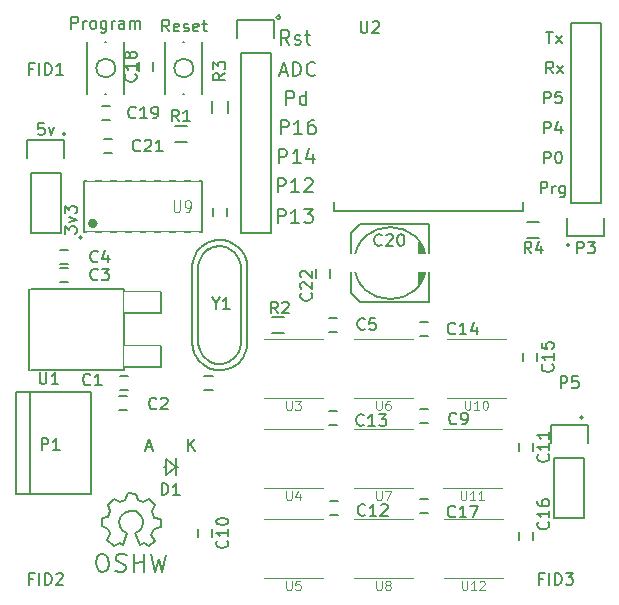
<source format=gbr>
G04 #@! TF.FileFunction,Legend,Top*
%FSLAX46Y46*%
G04 Gerber Fmt 4.6, Leading zero omitted, Abs format (unit mm)*
G04 Created by KiCad (PCBNEW 4.0.2-4+6225~38~ubuntu15.10.1-stable) date Mit 23 Mär 2016 04:15:56 CET*
%MOMM*%
G01*
G04 APERTURE LIST*
%ADD10C,0.100000*%
%ADD11C,0.200000*%
%ADD12C,0.152400*%
%ADD13C,0.150000*%
%ADD14C,0.099060*%
%ADD15C,0.127000*%
%ADD16C,0.101600*%
%ADD17C,0.050000*%
%ADD18R,2.500000X1.100000*%
%ADD19O,2.500000X1.100000*%
%ADD20R,3.048000X1.651000*%
%ADD21R,6.096000X6.096000*%
%ADD22R,1.500000X1.000000*%
%ADD23R,0.800000X1.400000*%
%ADD24R,1.350000X0.400000*%
%ADD25O,0.950000X1.250000*%
%ADD26O,1.550000X1.000000*%
%ADD27C,2.540000*%
%ADD28R,1.200000X0.750000*%
%ADD29R,3.599180X1.600200*%
%ADD30R,3.299460X1.699260*%
%ADD31R,2.032000X1.727200*%
%ADD32O,2.032000X1.727200*%
%ADD33R,0.900000X1.000000*%
%ADD34C,1.501140*%
%ADD35R,0.750000X1.200000*%
%ADD36R,1.200000X0.900000*%
%ADD37R,0.900000X1.200000*%
G04 APERTURE END LIST*
D10*
D11*
X220837143Y-65619381D02*
X220360952Y-65619381D01*
X220313333Y-66095571D01*
X220360952Y-66047952D01*
X220456190Y-66000333D01*
X220694286Y-66000333D01*
X220789524Y-66047952D01*
X220837143Y-66095571D01*
X220884762Y-66190810D01*
X220884762Y-66428905D01*
X220837143Y-66524143D01*
X220789524Y-66571762D01*
X220694286Y-66619381D01*
X220456190Y-66619381D01*
X220360952Y-66571762D01*
X220313333Y-66524143D01*
X221218095Y-65952714D02*
X221456190Y-66619381D01*
X221694286Y-65952714D01*
X222591381Y-74977476D02*
X222591381Y-74358428D01*
X222972333Y-74691762D01*
X222972333Y-74548904D01*
X223019952Y-74453666D01*
X223067571Y-74406047D01*
X223162810Y-74358428D01*
X223400905Y-74358428D01*
X223496143Y-74406047D01*
X223543762Y-74453666D01*
X223591381Y-74548904D01*
X223591381Y-74834619D01*
X223543762Y-74929857D01*
X223496143Y-74977476D01*
X222924714Y-74025095D02*
X223591381Y-73787000D01*
X222924714Y-73548904D01*
X222591381Y-73263190D02*
X222591381Y-72644142D01*
X222972333Y-72977476D01*
X222972333Y-72834618D01*
X223019952Y-72739380D01*
X223067571Y-72691761D01*
X223162810Y-72644142D01*
X223400905Y-72644142D01*
X223496143Y-72691761D01*
X223543762Y-72739380D01*
X223591381Y-72834618D01*
X223591381Y-73120333D01*
X223543762Y-73215571D01*
X223496143Y-73263190D01*
X263342524Y-57872381D02*
X263913953Y-57872381D01*
X263628238Y-58872381D02*
X263628238Y-57872381D01*
X264152048Y-58872381D02*
X264675858Y-58205714D01*
X264152048Y-58205714D02*
X264675858Y-58872381D01*
X263937762Y-61412381D02*
X263604428Y-60936190D01*
X263366333Y-61412381D02*
X263366333Y-60412381D01*
X263747286Y-60412381D01*
X263842524Y-60460000D01*
X263890143Y-60507619D01*
X263937762Y-60602857D01*
X263937762Y-60745714D01*
X263890143Y-60840952D01*
X263842524Y-60888571D01*
X263747286Y-60936190D01*
X263366333Y-60936190D01*
X264271095Y-61412381D02*
X264794905Y-60745714D01*
X264271095Y-60745714D02*
X264794905Y-61412381D01*
X263167905Y-63952381D02*
X263167905Y-62952381D01*
X263548858Y-62952381D01*
X263644096Y-63000000D01*
X263691715Y-63047619D01*
X263739334Y-63142857D01*
X263739334Y-63285714D01*
X263691715Y-63380952D01*
X263644096Y-63428571D01*
X263548858Y-63476190D01*
X263167905Y-63476190D01*
X264644096Y-62952381D02*
X264167905Y-62952381D01*
X264120286Y-63428571D01*
X264167905Y-63380952D01*
X264263143Y-63333333D01*
X264501239Y-63333333D01*
X264596477Y-63380952D01*
X264644096Y-63428571D01*
X264691715Y-63523810D01*
X264691715Y-63761905D01*
X264644096Y-63857143D01*
X264596477Y-63904762D01*
X264501239Y-63952381D01*
X264263143Y-63952381D01*
X264167905Y-63904762D01*
X264120286Y-63857143D01*
X263167905Y-66492381D02*
X263167905Y-65492381D01*
X263548858Y-65492381D01*
X263644096Y-65540000D01*
X263691715Y-65587619D01*
X263739334Y-65682857D01*
X263739334Y-65825714D01*
X263691715Y-65920952D01*
X263644096Y-65968571D01*
X263548858Y-66016190D01*
X263167905Y-66016190D01*
X264596477Y-65825714D02*
X264596477Y-66492381D01*
X264358381Y-65444762D02*
X264120286Y-66159048D01*
X264739334Y-66159048D01*
X263167905Y-69032381D02*
X263167905Y-68032381D01*
X263548858Y-68032381D01*
X263644096Y-68080000D01*
X263691715Y-68127619D01*
X263739334Y-68222857D01*
X263739334Y-68365714D01*
X263691715Y-68460952D01*
X263644096Y-68508571D01*
X263548858Y-68556190D01*
X263167905Y-68556190D01*
X264358381Y-68032381D02*
X264453620Y-68032381D01*
X264548858Y-68080000D01*
X264596477Y-68127619D01*
X264644096Y-68222857D01*
X264691715Y-68413333D01*
X264691715Y-68651429D01*
X264644096Y-68841905D01*
X264596477Y-68937143D01*
X264548858Y-68984762D01*
X264453620Y-69032381D01*
X264358381Y-69032381D01*
X264263143Y-68984762D01*
X264215524Y-68937143D01*
X264167905Y-68841905D01*
X264120286Y-68651429D01*
X264120286Y-68413333D01*
X264167905Y-68222857D01*
X264215524Y-68127619D01*
X264263143Y-68080000D01*
X264358381Y-68032381D01*
X262882190Y-71572381D02*
X262882190Y-70572381D01*
X263263143Y-70572381D01*
X263358381Y-70620000D01*
X263406000Y-70667619D01*
X263453619Y-70762857D01*
X263453619Y-70905714D01*
X263406000Y-71000952D01*
X263358381Y-71048571D01*
X263263143Y-71096190D01*
X262882190Y-71096190D01*
X263882190Y-71572381D02*
X263882190Y-70905714D01*
X263882190Y-71096190D02*
X263929809Y-71000952D01*
X263977428Y-70953333D01*
X264072666Y-70905714D01*
X264167905Y-70905714D01*
X264929810Y-70905714D02*
X264929810Y-71715238D01*
X264882191Y-71810476D01*
X264834572Y-71858095D01*
X264739333Y-71905714D01*
X264596476Y-71905714D01*
X264501238Y-71858095D01*
X264929810Y-71524762D02*
X264834572Y-71572381D01*
X264644095Y-71572381D01*
X264548857Y-71524762D01*
X264501238Y-71477143D01*
X264453619Y-71381905D01*
X264453619Y-71096190D01*
X264501238Y-71000952D01*
X264548857Y-70953333D01*
X264644095Y-70905714D01*
X264834572Y-70905714D01*
X264929810Y-70953333D01*
X240604857Y-74075857D02*
X240604857Y-72875857D01*
X241062000Y-72875857D01*
X241176286Y-72933000D01*
X241233429Y-72990143D01*
X241290572Y-73104429D01*
X241290572Y-73275857D01*
X241233429Y-73390143D01*
X241176286Y-73447286D01*
X241062000Y-73504429D01*
X240604857Y-73504429D01*
X242433429Y-74075857D02*
X241747714Y-74075857D01*
X242090572Y-74075857D02*
X242090572Y-72875857D01*
X241976286Y-73047286D01*
X241862000Y-73161571D01*
X241747714Y-73218714D01*
X242833429Y-72875857D02*
X243576286Y-72875857D01*
X243176286Y-73333000D01*
X243347714Y-73333000D01*
X243462000Y-73390143D01*
X243519143Y-73447286D01*
X243576286Y-73561571D01*
X243576286Y-73847286D01*
X243519143Y-73961571D01*
X243462000Y-74018714D01*
X243347714Y-74075857D01*
X243004857Y-74075857D01*
X242890571Y-74018714D01*
X242833429Y-73961571D01*
X240604857Y-71485057D02*
X240604857Y-70285057D01*
X241062000Y-70285057D01*
X241176286Y-70342200D01*
X241233429Y-70399343D01*
X241290572Y-70513629D01*
X241290572Y-70685057D01*
X241233429Y-70799343D01*
X241176286Y-70856486D01*
X241062000Y-70913629D01*
X240604857Y-70913629D01*
X242433429Y-71485057D02*
X241747714Y-71485057D01*
X242090572Y-71485057D02*
X242090572Y-70285057D01*
X241976286Y-70456486D01*
X241862000Y-70570771D01*
X241747714Y-70627914D01*
X242890571Y-70399343D02*
X242947714Y-70342200D01*
X243062000Y-70285057D01*
X243347714Y-70285057D01*
X243462000Y-70342200D01*
X243519143Y-70399343D01*
X243576286Y-70513629D01*
X243576286Y-70627914D01*
X243519143Y-70799343D01*
X242833429Y-71485057D01*
X243576286Y-71485057D01*
X240731857Y-69021257D02*
X240731857Y-67821257D01*
X241189000Y-67821257D01*
X241303286Y-67878400D01*
X241360429Y-67935543D01*
X241417572Y-68049829D01*
X241417572Y-68221257D01*
X241360429Y-68335543D01*
X241303286Y-68392686D01*
X241189000Y-68449829D01*
X240731857Y-68449829D01*
X242560429Y-69021257D02*
X241874714Y-69021257D01*
X242217572Y-69021257D02*
X242217572Y-67821257D01*
X242103286Y-67992686D01*
X241989000Y-68106971D01*
X241874714Y-68164114D01*
X243589000Y-68221257D02*
X243589000Y-69021257D01*
X243303286Y-67764114D02*
X243017571Y-68621257D01*
X243760429Y-68621257D01*
X240858857Y-66557457D02*
X240858857Y-65357457D01*
X241316000Y-65357457D01*
X241430286Y-65414600D01*
X241487429Y-65471743D01*
X241544572Y-65586029D01*
X241544572Y-65757457D01*
X241487429Y-65871743D01*
X241430286Y-65928886D01*
X241316000Y-65986029D01*
X240858857Y-65986029D01*
X242687429Y-66557457D02*
X242001714Y-66557457D01*
X242344572Y-66557457D02*
X242344572Y-65357457D01*
X242230286Y-65528886D01*
X242116000Y-65643171D01*
X242001714Y-65700314D01*
X243716000Y-65357457D02*
X243487429Y-65357457D01*
X243373143Y-65414600D01*
X243316000Y-65471743D01*
X243201714Y-65643171D01*
X243144571Y-65871743D01*
X243144571Y-66328886D01*
X243201714Y-66443171D01*
X243258857Y-66500314D01*
X243373143Y-66557457D01*
X243601714Y-66557457D01*
X243716000Y-66500314D01*
X243773143Y-66443171D01*
X243830286Y-66328886D01*
X243830286Y-66043171D01*
X243773143Y-65928886D01*
X243716000Y-65871743D01*
X243601714Y-65814600D01*
X243373143Y-65814600D01*
X243258857Y-65871743D01*
X243201714Y-65928886D01*
X243144571Y-66043171D01*
X241331857Y-64093657D02*
X241331857Y-62893657D01*
X241789000Y-62893657D01*
X241903286Y-62950800D01*
X241960429Y-63007943D01*
X242017572Y-63122229D01*
X242017572Y-63293657D01*
X241960429Y-63407943D01*
X241903286Y-63465086D01*
X241789000Y-63522229D01*
X241331857Y-63522229D01*
X243046143Y-64093657D02*
X243046143Y-62893657D01*
X243046143Y-64036514D02*
X242931857Y-64093657D01*
X242703286Y-64093657D01*
X242589000Y-64036514D01*
X242531857Y-63979371D01*
X242474714Y-63865086D01*
X242474714Y-63522229D01*
X242531857Y-63407943D01*
X242589000Y-63350800D01*
X242703286Y-63293657D01*
X242931857Y-63293657D01*
X243046143Y-63350800D01*
X240830286Y-61287000D02*
X241401715Y-61287000D01*
X240716001Y-61629857D02*
X241116001Y-60429857D01*
X241516001Y-61629857D01*
X241916000Y-61629857D02*
X241916000Y-60429857D01*
X242201715Y-60429857D01*
X242373143Y-60487000D01*
X242487429Y-60601286D01*
X242544572Y-60715571D01*
X242601715Y-60944143D01*
X242601715Y-61115571D01*
X242544572Y-61344143D01*
X242487429Y-61458429D01*
X242373143Y-61572714D01*
X242201715Y-61629857D01*
X241916000Y-61629857D01*
X243801715Y-61515571D02*
X243744572Y-61572714D01*
X243573143Y-61629857D01*
X243458857Y-61629857D01*
X243287429Y-61572714D01*
X243173143Y-61458429D01*
X243116000Y-61344143D01*
X243058857Y-61115571D01*
X243058857Y-60944143D01*
X243116000Y-60715571D01*
X243173143Y-60601286D01*
X243287429Y-60487000D01*
X243458857Y-60429857D01*
X243573143Y-60429857D01*
X243744572Y-60487000D01*
X243801715Y-60544143D01*
X241604858Y-58962857D02*
X241204858Y-58391429D01*
X240919143Y-58962857D02*
X240919143Y-57762857D01*
X241376286Y-57762857D01*
X241490572Y-57820000D01*
X241547715Y-57877143D01*
X241604858Y-57991429D01*
X241604858Y-58162857D01*
X241547715Y-58277143D01*
X241490572Y-58334286D01*
X241376286Y-58391429D01*
X240919143Y-58391429D01*
X242062000Y-58905714D02*
X242176286Y-58962857D01*
X242404858Y-58962857D01*
X242519143Y-58905714D01*
X242576286Y-58791429D01*
X242576286Y-58734286D01*
X242519143Y-58620000D01*
X242404858Y-58562857D01*
X242233429Y-58562857D01*
X242119143Y-58505714D01*
X242062000Y-58391429D01*
X242062000Y-58334286D01*
X242119143Y-58220000D01*
X242233429Y-58162857D01*
X242404858Y-58162857D01*
X242519143Y-58220000D01*
X242919144Y-58162857D02*
X243376287Y-58162857D01*
X243090572Y-57762857D02*
X243090572Y-58791429D01*
X243147715Y-58905714D01*
X243262001Y-58962857D01*
X243376287Y-58962857D01*
X222631000Y-66548000D02*
G75*
G03X222631000Y-66548000I-127000J0D01*
G01*
X224028000Y-75311000D02*
G75*
G03X224028000Y-75311000I-127000J0D01*
G01*
X266446000Y-90551000D02*
G75*
G03X266446000Y-90551000I-127000J0D01*
G01*
X240844605Y-56642000D02*
G75*
G03X240844605Y-56642000I-179605J0D01*
G01*
X265303000Y-75946000D02*
G75*
G03X265303000Y-75946000I-127000J0D01*
G01*
D12*
X245380000Y-72300000D02*
X245380000Y-73100000D01*
X245380000Y-73100000D02*
X261380000Y-73100000D01*
X261380000Y-73100000D02*
X261380000Y-72300000D01*
D13*
X227584000Y-81661000D02*
X230759000Y-81661000D01*
X230759000Y-81661000D02*
X230759000Y-79883000D01*
X230759000Y-79883000D02*
X227584000Y-79883000D01*
X227584000Y-86233000D02*
X230759000Y-86233000D01*
X230759000Y-86233000D02*
X230759000Y-84455000D01*
X230759000Y-84455000D02*
X227584000Y-84455000D01*
X221488000Y-79629000D02*
X227584000Y-79629000D01*
X227584000Y-79629000D02*
X227584000Y-86487000D01*
X227584000Y-86487000D02*
X219710000Y-86487000D01*
X219583000Y-86487000D02*
X219583000Y-79629000D01*
X219710000Y-79629000D02*
X221488000Y-79629000D01*
D14*
X254585000Y-96480000D02*
X259585000Y-96480000D01*
X254585000Y-91480000D02*
X259585000Y-91480000D01*
D15*
X224225000Y-74850000D02*
X234215000Y-74850000D01*
X234215000Y-74850000D02*
X234215000Y-70550000D01*
X234215000Y-70550000D02*
X224225000Y-70550000D01*
X224225000Y-70550000D02*
X224225000Y-74850000D01*
X225015000Y-74105000D02*
G75*
G03X225015000Y-74105000I-50000J0D01*
G01*
X225076800Y-74105000D02*
G75*
G03X225076800Y-74105000I-111800J0D01*
G01*
X225177130Y-74105000D02*
G75*
G03X225177130Y-74105000I-212130J0D01*
G01*
X225285150Y-74105000D02*
G75*
G03X225285150Y-74105000I-320150J0D01*
G01*
D13*
X218432540Y-88359100D02*
X218432540Y-97059100D01*
X224837540Y-88359100D02*
X224837540Y-97059100D01*
X224837540Y-97059100D02*
X218432540Y-97059100D01*
X219662540Y-97059100D02*
X219662540Y-88359100D01*
X218432540Y-88359100D02*
X224837540Y-88359100D01*
X234412000Y-87030000D02*
X235112000Y-87030000D01*
X235112000Y-88230000D02*
X234412000Y-88230000D01*
D14*
X239435000Y-88860000D02*
X244435000Y-88860000D01*
X239435000Y-83860000D02*
X244435000Y-83860000D01*
D13*
X253067820Y-78232000D02*
X253067820Y-76708000D01*
X252940820Y-76327000D02*
X252940820Y-78613000D01*
X252813820Y-78867000D02*
X252813820Y-76073000D01*
X252686820Y-75819000D02*
X252686820Y-79121000D01*
X252559820Y-79248000D02*
X252559820Y-75692000D01*
X253448820Y-80772000D02*
X253448820Y-74168000D01*
X253448820Y-74168000D02*
X247606820Y-74168000D01*
X247606820Y-74168000D02*
X246844820Y-74930000D01*
X246844820Y-74930000D02*
X246844820Y-80010000D01*
X246844820Y-80010000D02*
X247606820Y-80772000D01*
X247606820Y-80772000D02*
X253448820Y-80772000D01*
X247987820Y-77470000D02*
X248749820Y-77470000D01*
X248368820Y-77851000D02*
X248368820Y-77089000D01*
X253194820Y-77470000D02*
G75*
G03X253194820Y-77470000I-3048000J0D01*
G01*
X232020580Y-94742000D02*
X232170440Y-94742000D01*
X231172220Y-94742000D02*
X230971560Y-94742000D01*
X232020580Y-94742000D02*
X232020580Y-93992700D01*
X232020580Y-94742000D02*
X232020580Y-95443040D01*
X232020580Y-94742000D02*
X231172220Y-95443040D01*
X231172220Y-95443040D02*
X231172220Y-94040960D01*
X231172220Y-94040960D02*
X232020580Y-94742000D01*
X240030000Y-59690000D02*
X240030000Y-74930000D01*
X240030000Y-74930000D02*
X237490000Y-74930000D01*
X237490000Y-74930000D02*
X237490000Y-59690000D01*
X240310000Y-56870000D02*
X240310000Y-58420000D01*
X240030000Y-59690000D02*
X237490000Y-59690000D01*
X237210000Y-58420000D02*
X237210000Y-56870000D01*
X237210000Y-56870000D02*
X240310000Y-56870000D01*
X265430000Y-72390000D02*
X265430000Y-57150000D01*
X265430000Y-57150000D02*
X267970000Y-57150000D01*
X267970000Y-57150000D02*
X267970000Y-72390000D01*
X265150000Y-75210000D02*
X265150000Y-73660000D01*
X265430000Y-72390000D02*
X267970000Y-72390000D01*
X268250000Y-73660000D02*
X268250000Y-75210000D01*
X268250000Y-75210000D02*
X265150000Y-75210000D01*
X219710000Y-69850000D02*
X219710000Y-74930000D01*
X219710000Y-74930000D02*
X222250000Y-74930000D01*
X222250000Y-74930000D02*
X222250000Y-69850000D01*
X222530000Y-67030000D02*
X222530000Y-68580000D01*
X222250000Y-69850000D02*
X219710000Y-69850000D01*
X219430000Y-68580000D02*
X219430000Y-67030000D01*
X219430000Y-67030000D02*
X222530000Y-67030000D01*
X232614000Y-63160000D02*
X232714000Y-63160000D01*
X233464000Y-60960000D02*
G75*
G03X233464000Y-60960000I-800000J0D01*
G01*
X231114000Y-58760000D02*
X231114000Y-63160000D01*
X234214000Y-63160000D02*
X234214000Y-58760000D01*
X232614000Y-58760000D02*
X232714000Y-58760000D01*
X226110000Y-58760000D02*
X226010000Y-58760000D01*
X226860000Y-60960000D02*
G75*
G03X226860000Y-60960000I-800000J0D01*
G01*
X227610000Y-63160000D02*
X227610000Y-58760000D01*
X224510000Y-58760000D02*
X224510000Y-63160000D01*
X226110000Y-63160000D02*
X226010000Y-63160000D01*
D14*
X239435000Y-96480000D02*
X244435000Y-96480000D01*
X239435000Y-91480000D02*
X244435000Y-91480000D01*
X239435000Y-104100000D02*
X244435000Y-104100000D01*
X239435000Y-99100000D02*
X244435000Y-99100000D01*
X247055000Y-88860000D02*
X252055000Y-88860000D01*
X247055000Y-83860000D02*
X252055000Y-83860000D01*
X247055000Y-96480000D02*
X252055000Y-96480000D01*
X247055000Y-91480000D02*
X252055000Y-91480000D01*
X247055000Y-104100000D02*
X252055000Y-104100000D01*
X247055000Y-99100000D02*
X252055000Y-99100000D01*
X254929000Y-88860000D02*
X259929000Y-88860000D01*
X254929000Y-83860000D02*
X259929000Y-83860000D01*
X254675000Y-104100000D02*
X259675000Y-104100000D01*
X254675000Y-99100000D02*
X259675000Y-99100000D01*
D13*
X234711240Y-76327000D02*
X235112560Y-76126340D01*
X235112560Y-76126340D02*
X235712000Y-76024740D01*
X235712000Y-76024740D02*
X236212380Y-76126340D01*
X236212380Y-76126340D02*
X236910880Y-76525120D01*
X236910880Y-76525120D02*
X237312200Y-77127100D01*
X237312200Y-77127100D02*
X237512860Y-77726540D01*
X237512860Y-77726540D02*
X237512860Y-84325460D01*
X237512860Y-84325460D02*
X237312200Y-85026500D01*
X237312200Y-85026500D02*
X237012480Y-85425280D01*
X237012480Y-85425280D02*
X236512100Y-85826600D01*
X236512100Y-85826600D02*
X235912660Y-86027260D01*
X235912660Y-86027260D02*
X235412280Y-86027260D01*
X235412280Y-86027260D02*
X234911900Y-85826600D01*
X234911900Y-85826600D02*
X234312460Y-85326220D01*
X234312460Y-85326220D02*
X234012740Y-84825840D01*
X234012740Y-84825840D02*
X233911140Y-84325460D01*
X233911140Y-84226400D02*
X233911140Y-77624940D01*
X233911140Y-77624940D02*
X234012740Y-77226160D01*
X234012740Y-77226160D02*
X234312460Y-76725780D01*
X234312460Y-76725780D02*
X234812840Y-76225400D01*
X233382820Y-84216240D02*
X233431080Y-84675980D01*
X233431080Y-84675980D02*
X233542840Y-85074760D01*
X233542840Y-85074760D02*
X233761280Y-85506560D01*
X233761280Y-85506560D02*
X233992420Y-85796120D01*
X233992420Y-85796120D02*
X234342940Y-86126320D01*
X234342940Y-86126320D02*
X234881420Y-86415880D01*
X234881420Y-86415880D02*
X235480860Y-86545420D01*
X235480860Y-86545420D02*
X235991400Y-86545420D01*
X235991400Y-86545420D02*
X236692440Y-86375240D01*
X236692440Y-86375240D02*
X237281720Y-85976460D01*
X237281720Y-85976460D02*
X237652560Y-85516720D01*
X237652560Y-85516720D02*
X237860840Y-85095080D01*
X237860840Y-85095080D02*
X238020860Y-84645500D01*
X238020860Y-84645500D02*
X238051340Y-84206080D01*
X237832900Y-76865480D02*
X237611920Y-76487020D01*
X237611920Y-76487020D02*
X237332520Y-76166980D01*
X237332520Y-76166980D02*
X237002320Y-75915520D01*
X237002320Y-75915520D02*
X236451140Y-75615800D01*
X236451140Y-75615800D02*
X235981240Y-75506580D01*
X235981240Y-75506580D02*
X235521500Y-75486260D01*
X235521500Y-75486260D02*
X235061760Y-75575160D01*
X235061760Y-75575160D02*
X234612180Y-75765660D01*
X234612180Y-75765660D02*
X234142280Y-76126340D01*
X234142280Y-76126340D02*
X233822240Y-76476860D01*
X233822240Y-76476860D02*
X233591100Y-76865480D01*
X233591100Y-76865480D02*
X233451400Y-77294740D01*
X233451400Y-77294740D02*
X233382820Y-77736700D01*
X238041180Y-84226400D02*
X238041180Y-77774800D01*
X238041180Y-77774800D02*
X238003080Y-77355700D01*
X238003080Y-77355700D02*
X237832900Y-76865480D01*
X233382820Y-84226400D02*
X233382820Y-77774800D01*
X227934000Y-88230000D02*
X227234000Y-88230000D01*
X227234000Y-87030000D02*
X227934000Y-87030000D01*
X227873000Y-89881000D02*
X227173000Y-89881000D01*
X227173000Y-88681000D02*
X227873000Y-88681000D01*
X222854000Y-79086000D02*
X222154000Y-79086000D01*
X222154000Y-77886000D02*
X222854000Y-77886000D01*
X222854000Y-77562000D02*
X222154000Y-77562000D01*
X222154000Y-76362000D02*
X222854000Y-76362000D01*
X245648000Y-83277000D02*
X244948000Y-83277000D01*
X244948000Y-82077000D02*
X245648000Y-82077000D01*
X236312000Y-72802000D02*
X236312000Y-73502000D01*
X235112000Y-73502000D02*
X235112000Y-72802000D01*
X253334000Y-91024000D02*
X252634000Y-91024000D01*
X252634000Y-89824000D02*
X253334000Y-89824000D01*
X235042000Y-99980000D02*
X235042000Y-100680000D01*
X233842000Y-100680000D02*
X233842000Y-99980000D01*
X261020000Y-93380000D02*
X261020000Y-92680000D01*
X262220000Y-92680000D02*
X262220000Y-93380000D01*
X245714000Y-98771000D02*
X245014000Y-98771000D01*
X245014000Y-97571000D02*
X245714000Y-97571000D01*
X245653000Y-91151000D02*
X244953000Y-91151000D01*
X244953000Y-89951000D02*
X245653000Y-89951000D01*
X253334000Y-83658000D02*
X252634000Y-83658000D01*
X252634000Y-82458000D02*
X253334000Y-82458000D01*
X261401000Y-85760000D02*
X261401000Y-85060000D01*
X262601000Y-85060000D02*
X262601000Y-85760000D01*
X261020000Y-100934000D02*
X261020000Y-100234000D01*
X262220000Y-100234000D02*
X262220000Y-100934000D01*
X253334000Y-98644000D02*
X252634000Y-98644000D01*
X252634000Y-97444000D02*
X253334000Y-97444000D01*
X225710000Y-64170000D02*
X226410000Y-64170000D01*
X226410000Y-65370000D02*
X225710000Y-65370000D01*
X225898000Y-66964000D02*
X226598000Y-66964000D01*
X226598000Y-68164000D02*
X225898000Y-68164000D01*
X245075000Y-78009000D02*
X245075000Y-78709000D01*
X243875000Y-78709000D02*
X243875000Y-78009000D01*
X232910000Y-67223000D02*
X231910000Y-67223000D01*
X231910000Y-65873000D02*
X232910000Y-65873000D01*
X241165000Y-83352000D02*
X240165000Y-83352000D01*
X240165000Y-82002000D02*
X241165000Y-82002000D01*
X236387000Y-63762000D02*
X236387000Y-64762000D01*
X235037000Y-64762000D02*
X235037000Y-63762000D01*
X261755000Y-74001000D02*
X262755000Y-74001000D01*
X262755000Y-75351000D02*
X261755000Y-75351000D01*
X230089000Y-60483000D02*
X230089000Y-61183000D01*
X228889000Y-61183000D02*
X228889000Y-60483000D01*
X264033000Y-93980000D02*
X264033000Y-99060000D01*
X264033000Y-99060000D02*
X266573000Y-99060000D01*
X266573000Y-99060000D02*
X266573000Y-93980000D01*
X266853000Y-91160000D02*
X266853000Y-92710000D01*
X266573000Y-93980000D02*
X264033000Y-93980000D01*
X263753000Y-92710000D02*
X263753000Y-91160000D01*
X263753000Y-91160000D02*
X266853000Y-91160000D01*
X229887780Y-102130860D02*
X230248460Y-103601520D01*
X230248460Y-103601520D02*
X230527860Y-102539800D01*
X230527860Y-102539800D02*
X230837740Y-103611680D01*
X230837740Y-103611680D02*
X231178100Y-102161340D01*
X228467920Y-102821740D02*
X229257860Y-102811580D01*
X229257860Y-102811580D02*
X229268020Y-102821740D01*
X229268020Y-102821740D02*
X229268020Y-102811580D01*
X229308660Y-102100380D02*
X229308660Y-103642160D01*
X228419660Y-102090220D02*
X228419660Y-103659940D01*
X228419660Y-103659940D02*
X228429820Y-103649780D01*
X227868480Y-102191820D02*
X227517960Y-102110540D01*
X227517960Y-102110540D02*
X227197920Y-102100380D01*
X227197920Y-102100380D02*
X226959160Y-102301040D01*
X226959160Y-102301040D02*
X226928680Y-102570280D01*
X226928680Y-102570280D02*
X227169980Y-102811580D01*
X227169980Y-102811580D02*
X227558600Y-102941120D01*
X227558600Y-102941120D02*
X227738940Y-103101140D01*
X227738940Y-103101140D02*
X227779580Y-103400860D01*
X227779580Y-103400860D02*
X227548440Y-103621840D01*
X227548440Y-103621840D02*
X227228400Y-103649780D01*
X227228400Y-103649780D02*
X226877880Y-103540560D01*
X225839020Y-102090220D02*
X225590100Y-102110540D01*
X225590100Y-102110540D02*
X225348800Y-102351840D01*
X225348800Y-102351840D02*
X225259900Y-102842060D01*
X225259900Y-102842060D02*
X225287840Y-103190040D01*
X225287840Y-103190040D02*
X225488500Y-103510080D01*
X225488500Y-103510080D02*
X225739960Y-103632000D01*
X225739960Y-103632000D02*
X226049840Y-103560880D01*
X226049840Y-103560880D02*
X226268280Y-103380540D01*
X226268280Y-103380540D02*
X226339400Y-102920800D01*
X226339400Y-102920800D02*
X226288600Y-102511860D01*
X226288600Y-102511860D02*
X226179380Y-102229920D01*
X226179380Y-102229920D02*
X225818700Y-102100380D01*
X226438460Y-100370640D02*
X226179380Y-100931980D01*
X226179380Y-100931980D02*
X226717860Y-101450140D01*
X226717860Y-101450140D02*
X227238560Y-101180900D01*
X227238560Y-101180900D02*
X227517960Y-101340920D01*
X228958140Y-101320600D02*
X229288340Y-101130100D01*
X229288340Y-101130100D02*
X229727760Y-101460300D01*
X229727760Y-101460300D02*
X230200200Y-100970080D01*
X230200200Y-100970080D02*
X229918260Y-100490020D01*
X229918260Y-100490020D02*
X230108760Y-100020120D01*
X230108760Y-100020120D02*
X230718360Y-99832160D01*
X230718360Y-99832160D02*
X230718360Y-99151440D01*
X230718360Y-99151440D02*
X230159560Y-99011740D01*
X230159560Y-99011740D02*
X229958900Y-98440240D01*
X229958900Y-98440240D02*
X230228140Y-97970340D01*
X230228140Y-97970340D02*
X229758240Y-97459800D01*
X229758240Y-97459800D02*
X229240080Y-97721420D01*
X229240080Y-97721420D02*
X228770180Y-97520760D01*
X228770180Y-97520760D02*
X228600000Y-96979740D01*
X228600000Y-96979740D02*
X227909120Y-96961960D01*
X227909120Y-96961960D02*
X227698300Y-97510600D01*
X227698300Y-97510600D02*
X227279200Y-97680780D01*
X227279200Y-97680780D02*
X226728020Y-97411540D01*
X226728020Y-97411540D02*
X226209860Y-97939860D01*
X226209860Y-97939860D02*
X226458780Y-98480880D01*
X226458780Y-98480880D02*
X226288600Y-98960940D01*
X226288600Y-98960940D02*
X225739960Y-99060000D01*
X225739960Y-99060000D02*
X225729800Y-99761040D01*
X225729800Y-99761040D02*
X226288600Y-99961700D01*
X226288600Y-99961700D02*
X226428300Y-100360480D01*
X228569520Y-100340160D02*
X228869240Y-100190300D01*
X228869240Y-100190300D02*
X229069900Y-99992180D01*
X229069900Y-99992180D02*
X229219760Y-99590860D01*
X229219760Y-99590860D02*
X229219760Y-99192080D01*
X229219760Y-99192080D02*
X229069900Y-98841560D01*
X229069900Y-98841560D02*
X228617780Y-98491040D01*
X228617780Y-98491040D02*
X228168200Y-98440240D01*
X228168200Y-98440240D02*
X227769420Y-98541840D01*
X227769420Y-98541840D02*
X227368100Y-98889820D01*
X227368100Y-98889820D02*
X227218240Y-99341940D01*
X227218240Y-99341940D02*
X227269040Y-99839780D01*
X227269040Y-99839780D02*
X227517960Y-100142040D01*
X227517960Y-100142040D02*
X227868480Y-100340160D01*
X227868480Y-100340160D02*
X227517960Y-101340920D01*
X228569520Y-100340160D02*
X228968300Y-101340920D01*
X247650095Y-56983381D02*
X247650095Y-57792905D01*
X247697714Y-57888143D01*
X247745333Y-57935762D01*
X247840571Y-57983381D01*
X248031048Y-57983381D01*
X248126286Y-57935762D01*
X248173905Y-57888143D01*
X248221524Y-57792905D01*
X248221524Y-56983381D01*
X248650095Y-57078619D02*
X248697714Y-57031000D01*
X248792952Y-56983381D01*
X249031048Y-56983381D01*
X249126286Y-57031000D01*
X249173905Y-57078619D01*
X249221524Y-57173857D01*
X249221524Y-57269095D01*
X249173905Y-57411952D01*
X248602476Y-57983381D01*
X249221524Y-57983381D01*
X220472095Y-86701381D02*
X220472095Y-87510905D01*
X220519714Y-87606143D01*
X220567333Y-87653762D01*
X220662571Y-87701381D01*
X220853048Y-87701381D01*
X220948286Y-87653762D01*
X220995905Y-87606143D01*
X221043524Y-87510905D01*
X221043524Y-86701381D01*
X222043524Y-87701381D02*
X221472095Y-87701381D01*
X221757809Y-87701381D02*
X221757809Y-86701381D01*
X221662571Y-86844238D01*
X221567333Y-86939476D01*
X221472095Y-86987095D01*
D16*
X256141572Y-96762714D02*
X256141572Y-97379571D01*
X256177857Y-97452143D01*
X256214143Y-97488429D01*
X256286714Y-97524714D01*
X256431857Y-97524714D01*
X256504429Y-97488429D01*
X256540714Y-97452143D01*
X256577000Y-97379571D01*
X256577000Y-96762714D01*
X257339000Y-97524714D02*
X256903572Y-97524714D01*
X257121286Y-97524714D02*
X257121286Y-96762714D01*
X257048715Y-96871571D01*
X256976143Y-96944143D01*
X256903572Y-96980429D01*
X258064714Y-97524714D02*
X257629286Y-97524714D01*
X257847000Y-97524714D02*
X257847000Y-96762714D01*
X257774429Y-96871571D01*
X257701857Y-96944143D01*
X257629286Y-96980429D01*
D17*
X231831286Y-72157381D02*
X231831286Y-72966905D01*
X231874143Y-73062143D01*
X231917000Y-73109762D01*
X232002714Y-73157381D01*
X232174143Y-73157381D01*
X232259857Y-73109762D01*
X232302714Y-73062143D01*
X232345571Y-72966905D01*
X232345571Y-72157381D01*
X232817000Y-73157381D02*
X232988428Y-73157381D01*
X233074143Y-73109762D01*
X233117000Y-73062143D01*
X233202714Y-72919286D01*
X233245571Y-72728810D01*
X233245571Y-72347857D01*
X233202714Y-72252619D01*
X233159857Y-72205000D01*
X233074143Y-72157381D01*
X232902714Y-72157381D01*
X232817000Y-72205000D01*
X232774143Y-72252619D01*
X232731286Y-72347857D01*
X232731286Y-72585952D01*
X232774143Y-72681190D01*
X232817000Y-72728810D01*
X232902714Y-72776429D01*
X233074143Y-72776429D01*
X233159857Y-72728810D01*
X233202714Y-72681190D01*
X233245571Y-72585952D01*
D13*
X220622905Y-93289381D02*
X220622905Y-92289381D01*
X221003858Y-92289381D01*
X221099096Y-92337000D01*
X221146715Y-92384619D01*
X221194334Y-92479857D01*
X221194334Y-92622714D01*
X221146715Y-92717952D01*
X221099096Y-92765571D01*
X221003858Y-92813190D01*
X220622905Y-92813190D01*
X222146715Y-93289381D02*
X221575286Y-93289381D01*
X221861000Y-93289381D02*
X221861000Y-92289381D01*
X221765762Y-92432238D01*
X221670524Y-92527476D01*
X221575286Y-92575095D01*
X219908572Y-104178571D02*
X219575238Y-104178571D01*
X219575238Y-104702381D02*
X219575238Y-103702381D01*
X220051429Y-103702381D01*
X220432381Y-104702381D02*
X220432381Y-103702381D01*
X220908571Y-104702381D02*
X220908571Y-103702381D01*
X221146666Y-103702381D01*
X221289524Y-103750000D01*
X221384762Y-103845238D01*
X221432381Y-103940476D01*
X221480000Y-104130952D01*
X221480000Y-104273810D01*
X221432381Y-104464286D01*
X221384762Y-104559524D01*
X221289524Y-104654762D01*
X221146666Y-104702381D01*
X220908571Y-104702381D01*
X221860952Y-103797619D02*
X221908571Y-103750000D01*
X222003809Y-103702381D01*
X222241905Y-103702381D01*
X222337143Y-103750000D01*
X222384762Y-103797619D01*
X222432381Y-103892857D01*
X222432381Y-103988095D01*
X222384762Y-104130952D01*
X221813333Y-104702381D01*
X222432381Y-104702381D01*
X263088572Y-104178571D02*
X262755238Y-104178571D01*
X262755238Y-104702381D02*
X262755238Y-103702381D01*
X263231429Y-103702381D01*
X263612381Y-104702381D02*
X263612381Y-103702381D01*
X264088571Y-104702381D02*
X264088571Y-103702381D01*
X264326666Y-103702381D01*
X264469524Y-103750000D01*
X264564762Y-103845238D01*
X264612381Y-103940476D01*
X264660000Y-104130952D01*
X264660000Y-104273810D01*
X264612381Y-104464286D01*
X264564762Y-104559524D01*
X264469524Y-104654762D01*
X264326666Y-104702381D01*
X264088571Y-104702381D01*
X264993333Y-103702381D02*
X265612381Y-103702381D01*
X265279047Y-104083333D01*
X265421905Y-104083333D01*
X265517143Y-104130952D01*
X265564762Y-104178571D01*
X265612381Y-104273810D01*
X265612381Y-104511905D01*
X265564762Y-104607143D01*
X265517143Y-104654762D01*
X265421905Y-104702381D01*
X265136190Y-104702381D01*
X265040952Y-104654762D01*
X264993333Y-104607143D01*
D16*
X241354429Y-89142714D02*
X241354429Y-89759571D01*
X241390714Y-89832143D01*
X241427000Y-89868429D01*
X241499571Y-89904714D01*
X241644714Y-89904714D01*
X241717286Y-89868429D01*
X241753571Y-89832143D01*
X241789857Y-89759571D01*
X241789857Y-89142714D01*
X242080143Y-89142714D02*
X242551857Y-89142714D01*
X242297857Y-89433000D01*
X242406715Y-89433000D01*
X242479286Y-89469286D01*
X242515572Y-89505571D01*
X242551857Y-89578143D01*
X242551857Y-89759571D01*
X242515572Y-89832143D01*
X242479286Y-89868429D01*
X242406715Y-89904714D01*
X242189000Y-89904714D01*
X242116429Y-89868429D01*
X242080143Y-89832143D01*
D13*
X249420143Y-75922143D02*
X249372524Y-75969762D01*
X249229667Y-76017381D01*
X249134429Y-76017381D01*
X248991571Y-75969762D01*
X248896333Y-75874524D01*
X248848714Y-75779286D01*
X248801095Y-75588810D01*
X248801095Y-75445952D01*
X248848714Y-75255476D01*
X248896333Y-75160238D01*
X248991571Y-75065000D01*
X249134429Y-75017381D01*
X249229667Y-75017381D01*
X249372524Y-75065000D01*
X249420143Y-75112619D01*
X249801095Y-75112619D02*
X249848714Y-75065000D01*
X249943952Y-75017381D01*
X250182048Y-75017381D01*
X250277286Y-75065000D01*
X250324905Y-75112619D01*
X250372524Y-75207857D01*
X250372524Y-75303095D01*
X250324905Y-75445952D01*
X249753476Y-76017381D01*
X250372524Y-76017381D01*
X250991571Y-75017381D02*
X251086810Y-75017381D01*
X251182048Y-75065000D01*
X251229667Y-75112619D01*
X251277286Y-75207857D01*
X251324905Y-75398333D01*
X251324905Y-75636429D01*
X251277286Y-75826905D01*
X251229667Y-75922143D01*
X251182048Y-75969762D01*
X251086810Y-76017381D01*
X250991571Y-76017381D01*
X250896333Y-75969762D01*
X250848714Y-75922143D01*
X250801095Y-75826905D01*
X250753476Y-75636429D01*
X250753476Y-75398333D01*
X250801095Y-75207857D01*
X250848714Y-75112619D01*
X250896333Y-75065000D01*
X250991571Y-75017381D01*
X230782905Y-97099381D02*
X230782905Y-96099381D01*
X231021000Y-96099381D01*
X231163858Y-96147000D01*
X231259096Y-96242238D01*
X231306715Y-96337476D01*
X231354334Y-96527952D01*
X231354334Y-96670810D01*
X231306715Y-96861286D01*
X231259096Y-96956524D01*
X231163858Y-97051762D01*
X231021000Y-97099381D01*
X230782905Y-97099381D01*
X232306715Y-97099381D02*
X231735286Y-97099381D01*
X232021000Y-97099381D02*
X232021000Y-96099381D01*
X231925762Y-96242238D01*
X231830524Y-96337476D01*
X231735286Y-96385095D01*
X233059095Y-93344381D02*
X233059095Y-92344381D01*
X233630524Y-93344381D02*
X233201952Y-92772952D01*
X233630524Y-92344381D02*
X233059095Y-92915810D01*
X229482905Y-93058667D02*
X229959096Y-93058667D01*
X229387667Y-93344381D02*
X229721000Y-92344381D01*
X230054334Y-93344381D01*
X265961905Y-76652381D02*
X265961905Y-75652381D01*
X266342858Y-75652381D01*
X266438096Y-75700000D01*
X266485715Y-75747619D01*
X266533334Y-75842857D01*
X266533334Y-75985714D01*
X266485715Y-76080952D01*
X266438096Y-76128571D01*
X266342858Y-76176190D01*
X265961905Y-76176190D01*
X266866667Y-75652381D02*
X267485715Y-75652381D01*
X267152381Y-76033333D01*
X267295239Y-76033333D01*
X267390477Y-76080952D01*
X267438096Y-76128571D01*
X267485715Y-76223810D01*
X267485715Y-76461905D01*
X267438096Y-76557143D01*
X267390477Y-76604762D01*
X267295239Y-76652381D01*
X267009524Y-76652381D01*
X266914286Y-76604762D01*
X266866667Y-76557143D01*
X231425905Y-57856381D02*
X231092571Y-57380190D01*
X230854476Y-57856381D02*
X230854476Y-56856381D01*
X231235429Y-56856381D01*
X231330667Y-56904000D01*
X231378286Y-56951619D01*
X231425905Y-57046857D01*
X231425905Y-57189714D01*
X231378286Y-57284952D01*
X231330667Y-57332571D01*
X231235429Y-57380190D01*
X230854476Y-57380190D01*
X232235429Y-57808762D02*
X232140191Y-57856381D01*
X231949714Y-57856381D01*
X231854476Y-57808762D01*
X231806857Y-57713524D01*
X231806857Y-57332571D01*
X231854476Y-57237333D01*
X231949714Y-57189714D01*
X232140191Y-57189714D01*
X232235429Y-57237333D01*
X232283048Y-57332571D01*
X232283048Y-57427810D01*
X231806857Y-57523048D01*
X232664000Y-57808762D02*
X232759238Y-57856381D01*
X232949714Y-57856381D01*
X233044953Y-57808762D01*
X233092572Y-57713524D01*
X233092572Y-57665905D01*
X233044953Y-57570667D01*
X232949714Y-57523048D01*
X232806857Y-57523048D01*
X232711619Y-57475429D01*
X232664000Y-57380190D01*
X232664000Y-57332571D01*
X232711619Y-57237333D01*
X232806857Y-57189714D01*
X232949714Y-57189714D01*
X233044953Y-57237333D01*
X233902096Y-57808762D02*
X233806858Y-57856381D01*
X233616381Y-57856381D01*
X233521143Y-57808762D01*
X233473524Y-57713524D01*
X233473524Y-57332571D01*
X233521143Y-57237333D01*
X233616381Y-57189714D01*
X233806858Y-57189714D01*
X233902096Y-57237333D01*
X233949715Y-57332571D01*
X233949715Y-57427810D01*
X233473524Y-57523048D01*
X234235429Y-57189714D02*
X234616381Y-57189714D01*
X234378286Y-56856381D02*
X234378286Y-57713524D01*
X234425905Y-57808762D01*
X234521143Y-57856381D01*
X234616381Y-57856381D01*
X223155238Y-57620381D02*
X223155238Y-56620381D01*
X223536191Y-56620381D01*
X223631429Y-56668000D01*
X223679048Y-56715619D01*
X223726667Y-56810857D01*
X223726667Y-56953714D01*
X223679048Y-57048952D01*
X223631429Y-57096571D01*
X223536191Y-57144190D01*
X223155238Y-57144190D01*
X224155238Y-57620381D02*
X224155238Y-56953714D01*
X224155238Y-57144190D02*
X224202857Y-57048952D01*
X224250476Y-57001333D01*
X224345714Y-56953714D01*
X224440953Y-56953714D01*
X224917143Y-57620381D02*
X224821905Y-57572762D01*
X224774286Y-57525143D01*
X224726667Y-57429905D01*
X224726667Y-57144190D01*
X224774286Y-57048952D01*
X224821905Y-57001333D01*
X224917143Y-56953714D01*
X225060001Y-56953714D01*
X225155239Y-57001333D01*
X225202858Y-57048952D01*
X225250477Y-57144190D01*
X225250477Y-57429905D01*
X225202858Y-57525143D01*
X225155239Y-57572762D01*
X225060001Y-57620381D01*
X224917143Y-57620381D01*
X226107620Y-56953714D02*
X226107620Y-57763238D01*
X226060001Y-57858476D01*
X226012382Y-57906095D01*
X225917143Y-57953714D01*
X225774286Y-57953714D01*
X225679048Y-57906095D01*
X226107620Y-57572762D02*
X226012382Y-57620381D01*
X225821905Y-57620381D01*
X225726667Y-57572762D01*
X225679048Y-57525143D01*
X225631429Y-57429905D01*
X225631429Y-57144190D01*
X225679048Y-57048952D01*
X225726667Y-57001333D01*
X225821905Y-56953714D01*
X226012382Y-56953714D01*
X226107620Y-57001333D01*
X226583810Y-57620381D02*
X226583810Y-56953714D01*
X226583810Y-57144190D02*
X226631429Y-57048952D01*
X226679048Y-57001333D01*
X226774286Y-56953714D01*
X226869525Y-56953714D01*
X227631430Y-57620381D02*
X227631430Y-57096571D01*
X227583811Y-57001333D01*
X227488573Y-56953714D01*
X227298096Y-56953714D01*
X227202858Y-57001333D01*
X227631430Y-57572762D02*
X227536192Y-57620381D01*
X227298096Y-57620381D01*
X227202858Y-57572762D01*
X227155239Y-57477524D01*
X227155239Y-57382286D01*
X227202858Y-57287048D01*
X227298096Y-57239429D01*
X227536192Y-57239429D01*
X227631430Y-57191810D01*
X228107620Y-57620381D02*
X228107620Y-56953714D01*
X228107620Y-57048952D02*
X228155239Y-57001333D01*
X228250477Y-56953714D01*
X228393335Y-56953714D01*
X228488573Y-57001333D01*
X228536192Y-57096571D01*
X228536192Y-57620381D01*
X228536192Y-57096571D02*
X228583811Y-57001333D01*
X228679049Y-56953714D01*
X228821906Y-56953714D01*
X228917144Y-57001333D01*
X228964763Y-57096571D01*
X228964763Y-57620381D01*
D16*
X241354429Y-96762714D02*
X241354429Y-97379571D01*
X241390714Y-97452143D01*
X241427000Y-97488429D01*
X241499571Y-97524714D01*
X241644714Y-97524714D01*
X241717286Y-97488429D01*
X241753571Y-97452143D01*
X241789857Y-97379571D01*
X241789857Y-96762714D01*
X242479286Y-97016714D02*
X242479286Y-97524714D01*
X242297857Y-96726429D02*
X242116429Y-97270714D01*
X242588143Y-97270714D01*
X241354429Y-104382714D02*
X241354429Y-104999571D01*
X241390714Y-105072143D01*
X241427000Y-105108429D01*
X241499571Y-105144714D01*
X241644714Y-105144714D01*
X241717286Y-105108429D01*
X241753571Y-105072143D01*
X241789857Y-104999571D01*
X241789857Y-104382714D01*
X242515572Y-104382714D02*
X242152715Y-104382714D01*
X242116429Y-104745571D01*
X242152715Y-104709286D01*
X242225286Y-104673000D01*
X242406715Y-104673000D01*
X242479286Y-104709286D01*
X242515572Y-104745571D01*
X242551857Y-104818143D01*
X242551857Y-104999571D01*
X242515572Y-105072143D01*
X242479286Y-105108429D01*
X242406715Y-105144714D01*
X242225286Y-105144714D01*
X242152715Y-105108429D01*
X242116429Y-105072143D01*
X248974429Y-89117714D02*
X248974429Y-89734571D01*
X249010714Y-89807143D01*
X249047000Y-89843429D01*
X249119571Y-89879714D01*
X249264714Y-89879714D01*
X249337286Y-89843429D01*
X249373571Y-89807143D01*
X249409857Y-89734571D01*
X249409857Y-89117714D01*
X250099286Y-89117714D02*
X249954143Y-89117714D01*
X249881572Y-89154000D01*
X249845286Y-89190286D01*
X249772715Y-89299143D01*
X249736429Y-89444286D01*
X249736429Y-89734571D01*
X249772715Y-89807143D01*
X249809000Y-89843429D01*
X249881572Y-89879714D01*
X250026715Y-89879714D01*
X250099286Y-89843429D01*
X250135572Y-89807143D01*
X250171857Y-89734571D01*
X250171857Y-89553143D01*
X250135572Y-89480571D01*
X250099286Y-89444286D01*
X250026715Y-89408000D01*
X249881572Y-89408000D01*
X249809000Y-89444286D01*
X249772715Y-89480571D01*
X249736429Y-89553143D01*
X248974429Y-96762714D02*
X248974429Y-97379571D01*
X249010714Y-97452143D01*
X249047000Y-97488429D01*
X249119571Y-97524714D01*
X249264714Y-97524714D01*
X249337286Y-97488429D01*
X249373571Y-97452143D01*
X249409857Y-97379571D01*
X249409857Y-96762714D01*
X249700143Y-96762714D02*
X250208143Y-96762714D01*
X249881572Y-97524714D01*
X248974429Y-104382714D02*
X248974429Y-104999571D01*
X249010714Y-105072143D01*
X249047000Y-105108429D01*
X249119571Y-105144714D01*
X249264714Y-105144714D01*
X249337286Y-105108429D01*
X249373571Y-105072143D01*
X249409857Y-104999571D01*
X249409857Y-104382714D01*
X249881572Y-104709286D02*
X249809000Y-104673000D01*
X249772715Y-104636714D01*
X249736429Y-104564143D01*
X249736429Y-104527857D01*
X249772715Y-104455286D01*
X249809000Y-104419000D01*
X249881572Y-104382714D01*
X250026715Y-104382714D01*
X250099286Y-104419000D01*
X250135572Y-104455286D01*
X250171857Y-104527857D01*
X250171857Y-104564143D01*
X250135572Y-104636714D01*
X250099286Y-104673000D01*
X250026715Y-104709286D01*
X249881572Y-104709286D01*
X249809000Y-104745571D01*
X249772715Y-104781857D01*
X249736429Y-104854429D01*
X249736429Y-104999571D01*
X249772715Y-105072143D01*
X249809000Y-105108429D01*
X249881572Y-105144714D01*
X250026715Y-105144714D01*
X250099286Y-105108429D01*
X250135572Y-105072143D01*
X250171857Y-104999571D01*
X250171857Y-104854429D01*
X250135572Y-104781857D01*
X250099286Y-104745571D01*
X250026715Y-104709286D01*
X256485572Y-89117714D02*
X256485572Y-89734571D01*
X256521857Y-89807143D01*
X256558143Y-89843429D01*
X256630714Y-89879714D01*
X256775857Y-89879714D01*
X256848429Y-89843429D01*
X256884714Y-89807143D01*
X256921000Y-89734571D01*
X256921000Y-89117714D01*
X257683000Y-89879714D02*
X257247572Y-89879714D01*
X257465286Y-89879714D02*
X257465286Y-89117714D01*
X257392715Y-89226571D01*
X257320143Y-89299143D01*
X257247572Y-89335429D01*
X258154714Y-89117714D02*
X258227286Y-89117714D01*
X258299857Y-89154000D01*
X258336143Y-89190286D01*
X258372429Y-89262857D01*
X258408714Y-89408000D01*
X258408714Y-89589429D01*
X258372429Y-89734571D01*
X258336143Y-89807143D01*
X258299857Y-89843429D01*
X258227286Y-89879714D01*
X258154714Y-89879714D01*
X258082143Y-89843429D01*
X258045857Y-89807143D01*
X258009572Y-89734571D01*
X257973286Y-89589429D01*
X257973286Y-89408000D01*
X258009572Y-89262857D01*
X258045857Y-89190286D01*
X258082143Y-89154000D01*
X258154714Y-89117714D01*
X256231572Y-104382714D02*
X256231572Y-104999571D01*
X256267857Y-105072143D01*
X256304143Y-105108429D01*
X256376714Y-105144714D01*
X256521857Y-105144714D01*
X256594429Y-105108429D01*
X256630714Y-105072143D01*
X256667000Y-104999571D01*
X256667000Y-104382714D01*
X257429000Y-105144714D02*
X256993572Y-105144714D01*
X257211286Y-105144714D02*
X257211286Y-104382714D01*
X257138715Y-104491571D01*
X257066143Y-104564143D01*
X256993572Y-104600429D01*
X257719286Y-104455286D02*
X257755572Y-104419000D01*
X257828143Y-104382714D01*
X258009572Y-104382714D01*
X258082143Y-104419000D01*
X258118429Y-104455286D01*
X258154714Y-104527857D01*
X258154714Y-104600429D01*
X258118429Y-104709286D01*
X257683000Y-105144714D01*
X258154714Y-105144714D01*
D13*
X235362809Y-80875190D02*
X235362809Y-81351381D01*
X235029476Y-80351381D02*
X235362809Y-80875190D01*
X235696143Y-80351381D01*
X236553286Y-81351381D02*
X235981857Y-81351381D01*
X236267571Y-81351381D02*
X236267571Y-80351381D01*
X236172333Y-80494238D01*
X236077095Y-80589476D01*
X235981857Y-80637095D01*
X224750334Y-87733143D02*
X224702715Y-87780762D01*
X224559858Y-87828381D01*
X224464620Y-87828381D01*
X224321762Y-87780762D01*
X224226524Y-87685524D01*
X224178905Y-87590286D01*
X224131286Y-87399810D01*
X224131286Y-87256952D01*
X224178905Y-87066476D01*
X224226524Y-86971238D01*
X224321762Y-86876000D01*
X224464620Y-86828381D01*
X224559858Y-86828381D01*
X224702715Y-86876000D01*
X224750334Y-86923619D01*
X225702715Y-87828381D02*
X225131286Y-87828381D01*
X225417000Y-87828381D02*
X225417000Y-86828381D01*
X225321762Y-86971238D01*
X225226524Y-87066476D01*
X225131286Y-87114095D01*
X230338334Y-89765143D02*
X230290715Y-89812762D01*
X230147858Y-89860381D01*
X230052620Y-89860381D01*
X229909762Y-89812762D01*
X229814524Y-89717524D01*
X229766905Y-89622286D01*
X229719286Y-89431810D01*
X229719286Y-89288952D01*
X229766905Y-89098476D01*
X229814524Y-89003238D01*
X229909762Y-88908000D01*
X230052620Y-88860381D01*
X230147858Y-88860381D01*
X230290715Y-88908000D01*
X230338334Y-88955619D01*
X230719286Y-88955619D02*
X230766905Y-88908000D01*
X230862143Y-88860381D01*
X231100239Y-88860381D01*
X231195477Y-88908000D01*
X231243096Y-88955619D01*
X231290715Y-89050857D01*
X231290715Y-89146095D01*
X231243096Y-89288952D01*
X230671667Y-89860381D01*
X231290715Y-89860381D01*
X225385334Y-78843143D02*
X225337715Y-78890762D01*
X225194858Y-78938381D01*
X225099620Y-78938381D01*
X224956762Y-78890762D01*
X224861524Y-78795524D01*
X224813905Y-78700286D01*
X224766286Y-78509810D01*
X224766286Y-78366952D01*
X224813905Y-78176476D01*
X224861524Y-78081238D01*
X224956762Y-77986000D01*
X225099620Y-77938381D01*
X225194858Y-77938381D01*
X225337715Y-77986000D01*
X225385334Y-78033619D01*
X225718667Y-77938381D02*
X226337715Y-77938381D01*
X226004381Y-78319333D01*
X226147239Y-78319333D01*
X226242477Y-78366952D01*
X226290096Y-78414571D01*
X226337715Y-78509810D01*
X226337715Y-78747905D01*
X226290096Y-78843143D01*
X226242477Y-78890762D01*
X226147239Y-78938381D01*
X225861524Y-78938381D01*
X225766286Y-78890762D01*
X225718667Y-78843143D01*
X225385334Y-77319143D02*
X225337715Y-77366762D01*
X225194858Y-77414381D01*
X225099620Y-77414381D01*
X224956762Y-77366762D01*
X224861524Y-77271524D01*
X224813905Y-77176286D01*
X224766286Y-76985810D01*
X224766286Y-76842952D01*
X224813905Y-76652476D01*
X224861524Y-76557238D01*
X224956762Y-76462000D01*
X225099620Y-76414381D01*
X225194858Y-76414381D01*
X225337715Y-76462000D01*
X225385334Y-76509619D01*
X226242477Y-76747714D02*
X226242477Y-77414381D01*
X226004381Y-76366762D02*
X225766286Y-77081048D01*
X226385334Y-77081048D01*
X247991334Y-83034143D02*
X247943715Y-83081762D01*
X247800858Y-83129381D01*
X247705620Y-83129381D01*
X247562762Y-83081762D01*
X247467524Y-82986524D01*
X247419905Y-82891286D01*
X247372286Y-82700810D01*
X247372286Y-82557952D01*
X247419905Y-82367476D01*
X247467524Y-82272238D01*
X247562762Y-82177000D01*
X247705620Y-82129381D01*
X247800858Y-82129381D01*
X247943715Y-82177000D01*
X247991334Y-82224619D01*
X248896096Y-82129381D02*
X248419905Y-82129381D01*
X248372286Y-82605571D01*
X248419905Y-82557952D01*
X248515143Y-82510333D01*
X248753239Y-82510333D01*
X248848477Y-82557952D01*
X248896096Y-82605571D01*
X248943715Y-82700810D01*
X248943715Y-82938905D01*
X248896096Y-83034143D01*
X248848477Y-83081762D01*
X248753239Y-83129381D01*
X248515143Y-83129381D01*
X248419905Y-83081762D01*
X248372286Y-83034143D01*
X255738334Y-91035143D02*
X255690715Y-91082762D01*
X255547858Y-91130381D01*
X255452620Y-91130381D01*
X255309762Y-91082762D01*
X255214524Y-90987524D01*
X255166905Y-90892286D01*
X255119286Y-90701810D01*
X255119286Y-90558952D01*
X255166905Y-90368476D01*
X255214524Y-90273238D01*
X255309762Y-90178000D01*
X255452620Y-90130381D01*
X255547858Y-90130381D01*
X255690715Y-90178000D01*
X255738334Y-90225619D01*
X256214524Y-91130381D02*
X256405000Y-91130381D01*
X256500239Y-91082762D01*
X256547858Y-91035143D01*
X256643096Y-90892286D01*
X256690715Y-90701810D01*
X256690715Y-90320857D01*
X256643096Y-90225619D01*
X256595477Y-90178000D01*
X256500239Y-90130381D01*
X256309762Y-90130381D01*
X256214524Y-90178000D01*
X256166905Y-90225619D01*
X256119286Y-90320857D01*
X256119286Y-90558952D01*
X256166905Y-90654190D01*
X256214524Y-90701810D01*
X256309762Y-90749429D01*
X256500239Y-90749429D01*
X256595477Y-90701810D01*
X256643096Y-90654190D01*
X256690715Y-90558952D01*
X236323143Y-100972857D02*
X236370762Y-101020476D01*
X236418381Y-101163333D01*
X236418381Y-101258571D01*
X236370762Y-101401429D01*
X236275524Y-101496667D01*
X236180286Y-101544286D01*
X235989810Y-101591905D01*
X235846952Y-101591905D01*
X235656476Y-101544286D01*
X235561238Y-101496667D01*
X235466000Y-101401429D01*
X235418381Y-101258571D01*
X235418381Y-101163333D01*
X235466000Y-101020476D01*
X235513619Y-100972857D01*
X236418381Y-100020476D02*
X236418381Y-100591905D01*
X236418381Y-100306191D02*
X235418381Y-100306191D01*
X235561238Y-100401429D01*
X235656476Y-100496667D01*
X235704095Y-100591905D01*
X235418381Y-99401429D02*
X235418381Y-99306190D01*
X235466000Y-99210952D01*
X235513619Y-99163333D01*
X235608857Y-99115714D01*
X235799333Y-99068095D01*
X236037429Y-99068095D01*
X236227905Y-99115714D01*
X236323143Y-99163333D01*
X236370762Y-99210952D01*
X236418381Y-99306190D01*
X236418381Y-99401429D01*
X236370762Y-99496667D01*
X236323143Y-99544286D01*
X236227905Y-99591905D01*
X236037429Y-99639524D01*
X235799333Y-99639524D01*
X235608857Y-99591905D01*
X235513619Y-99544286D01*
X235466000Y-99496667D01*
X235418381Y-99401429D01*
X263501143Y-93672857D02*
X263548762Y-93720476D01*
X263596381Y-93863333D01*
X263596381Y-93958571D01*
X263548762Y-94101429D01*
X263453524Y-94196667D01*
X263358286Y-94244286D01*
X263167810Y-94291905D01*
X263024952Y-94291905D01*
X262834476Y-94244286D01*
X262739238Y-94196667D01*
X262644000Y-94101429D01*
X262596381Y-93958571D01*
X262596381Y-93863333D01*
X262644000Y-93720476D01*
X262691619Y-93672857D01*
X263596381Y-92720476D02*
X263596381Y-93291905D01*
X263596381Y-93006191D02*
X262596381Y-93006191D01*
X262739238Y-93101429D01*
X262834476Y-93196667D01*
X262882095Y-93291905D01*
X263596381Y-91768095D02*
X263596381Y-92339524D01*
X263596381Y-92053810D02*
X262596381Y-92053810D01*
X262739238Y-92149048D01*
X262834476Y-92244286D01*
X262882095Y-92339524D01*
X248023143Y-98782143D02*
X247975524Y-98829762D01*
X247832667Y-98877381D01*
X247737429Y-98877381D01*
X247594571Y-98829762D01*
X247499333Y-98734524D01*
X247451714Y-98639286D01*
X247404095Y-98448810D01*
X247404095Y-98305952D01*
X247451714Y-98115476D01*
X247499333Y-98020238D01*
X247594571Y-97925000D01*
X247737429Y-97877381D01*
X247832667Y-97877381D01*
X247975524Y-97925000D01*
X248023143Y-97972619D01*
X248975524Y-98877381D02*
X248404095Y-98877381D01*
X248689809Y-98877381D02*
X248689809Y-97877381D01*
X248594571Y-98020238D01*
X248499333Y-98115476D01*
X248404095Y-98163095D01*
X249356476Y-97972619D02*
X249404095Y-97925000D01*
X249499333Y-97877381D01*
X249737429Y-97877381D01*
X249832667Y-97925000D01*
X249880286Y-97972619D01*
X249927905Y-98067857D01*
X249927905Y-98163095D01*
X249880286Y-98305952D01*
X249308857Y-98877381D01*
X249927905Y-98877381D01*
X247896143Y-91162143D02*
X247848524Y-91209762D01*
X247705667Y-91257381D01*
X247610429Y-91257381D01*
X247467571Y-91209762D01*
X247372333Y-91114524D01*
X247324714Y-91019286D01*
X247277095Y-90828810D01*
X247277095Y-90685952D01*
X247324714Y-90495476D01*
X247372333Y-90400238D01*
X247467571Y-90305000D01*
X247610429Y-90257381D01*
X247705667Y-90257381D01*
X247848524Y-90305000D01*
X247896143Y-90352619D01*
X248848524Y-91257381D02*
X248277095Y-91257381D01*
X248562809Y-91257381D02*
X248562809Y-90257381D01*
X248467571Y-90400238D01*
X248372333Y-90495476D01*
X248277095Y-90543095D01*
X249181857Y-90257381D02*
X249800905Y-90257381D01*
X249467571Y-90638333D01*
X249610429Y-90638333D01*
X249705667Y-90685952D01*
X249753286Y-90733571D01*
X249800905Y-90828810D01*
X249800905Y-91066905D01*
X249753286Y-91162143D01*
X249705667Y-91209762D01*
X249610429Y-91257381D01*
X249324714Y-91257381D01*
X249229476Y-91209762D01*
X249181857Y-91162143D01*
X255643143Y-83415143D02*
X255595524Y-83462762D01*
X255452667Y-83510381D01*
X255357429Y-83510381D01*
X255214571Y-83462762D01*
X255119333Y-83367524D01*
X255071714Y-83272286D01*
X255024095Y-83081810D01*
X255024095Y-82938952D01*
X255071714Y-82748476D01*
X255119333Y-82653238D01*
X255214571Y-82558000D01*
X255357429Y-82510381D01*
X255452667Y-82510381D01*
X255595524Y-82558000D01*
X255643143Y-82605619D01*
X256595524Y-83510381D02*
X256024095Y-83510381D01*
X256309809Y-83510381D02*
X256309809Y-82510381D01*
X256214571Y-82653238D01*
X256119333Y-82748476D01*
X256024095Y-82796095D01*
X257452667Y-82843714D02*
X257452667Y-83510381D01*
X257214571Y-82462762D02*
X256976476Y-83177048D01*
X257595524Y-83177048D01*
X263882143Y-86052857D02*
X263929762Y-86100476D01*
X263977381Y-86243333D01*
X263977381Y-86338571D01*
X263929762Y-86481429D01*
X263834524Y-86576667D01*
X263739286Y-86624286D01*
X263548810Y-86671905D01*
X263405952Y-86671905D01*
X263215476Y-86624286D01*
X263120238Y-86576667D01*
X263025000Y-86481429D01*
X262977381Y-86338571D01*
X262977381Y-86243333D01*
X263025000Y-86100476D01*
X263072619Y-86052857D01*
X263977381Y-85100476D02*
X263977381Y-85671905D01*
X263977381Y-85386191D02*
X262977381Y-85386191D01*
X263120238Y-85481429D01*
X263215476Y-85576667D01*
X263263095Y-85671905D01*
X262977381Y-84195714D02*
X262977381Y-84671905D01*
X263453571Y-84719524D01*
X263405952Y-84671905D01*
X263358333Y-84576667D01*
X263358333Y-84338571D01*
X263405952Y-84243333D01*
X263453571Y-84195714D01*
X263548810Y-84148095D01*
X263786905Y-84148095D01*
X263882143Y-84195714D01*
X263929762Y-84243333D01*
X263977381Y-84338571D01*
X263977381Y-84576667D01*
X263929762Y-84671905D01*
X263882143Y-84719524D01*
X263501143Y-99387857D02*
X263548762Y-99435476D01*
X263596381Y-99578333D01*
X263596381Y-99673571D01*
X263548762Y-99816429D01*
X263453524Y-99911667D01*
X263358286Y-99959286D01*
X263167810Y-100006905D01*
X263024952Y-100006905D01*
X262834476Y-99959286D01*
X262739238Y-99911667D01*
X262644000Y-99816429D01*
X262596381Y-99673571D01*
X262596381Y-99578333D01*
X262644000Y-99435476D01*
X262691619Y-99387857D01*
X263596381Y-98435476D02*
X263596381Y-99006905D01*
X263596381Y-98721191D02*
X262596381Y-98721191D01*
X262739238Y-98816429D01*
X262834476Y-98911667D01*
X262882095Y-99006905D01*
X262596381Y-97578333D02*
X262596381Y-97768810D01*
X262644000Y-97864048D01*
X262691619Y-97911667D01*
X262834476Y-98006905D01*
X263024952Y-98054524D01*
X263405905Y-98054524D01*
X263501143Y-98006905D01*
X263548762Y-97959286D01*
X263596381Y-97864048D01*
X263596381Y-97673571D01*
X263548762Y-97578333D01*
X263501143Y-97530714D01*
X263405905Y-97483095D01*
X263167810Y-97483095D01*
X263072571Y-97530714D01*
X263024952Y-97578333D01*
X262977333Y-97673571D01*
X262977333Y-97864048D01*
X263024952Y-97959286D01*
X263072571Y-98006905D01*
X263167810Y-98054524D01*
X255643143Y-98909143D02*
X255595524Y-98956762D01*
X255452667Y-99004381D01*
X255357429Y-99004381D01*
X255214571Y-98956762D01*
X255119333Y-98861524D01*
X255071714Y-98766286D01*
X255024095Y-98575810D01*
X255024095Y-98432952D01*
X255071714Y-98242476D01*
X255119333Y-98147238D01*
X255214571Y-98052000D01*
X255357429Y-98004381D01*
X255452667Y-98004381D01*
X255595524Y-98052000D01*
X255643143Y-98099619D01*
X256595524Y-99004381D02*
X256024095Y-99004381D01*
X256309809Y-99004381D02*
X256309809Y-98004381D01*
X256214571Y-98147238D01*
X256119333Y-98242476D01*
X256024095Y-98290095D01*
X256928857Y-98004381D02*
X257595524Y-98004381D01*
X257166952Y-99004381D01*
X228592143Y-65127143D02*
X228544524Y-65174762D01*
X228401667Y-65222381D01*
X228306429Y-65222381D01*
X228163571Y-65174762D01*
X228068333Y-65079524D01*
X228020714Y-64984286D01*
X227973095Y-64793810D01*
X227973095Y-64650952D01*
X228020714Y-64460476D01*
X228068333Y-64365238D01*
X228163571Y-64270000D01*
X228306429Y-64222381D01*
X228401667Y-64222381D01*
X228544524Y-64270000D01*
X228592143Y-64317619D01*
X229544524Y-65222381D02*
X228973095Y-65222381D01*
X229258809Y-65222381D02*
X229258809Y-64222381D01*
X229163571Y-64365238D01*
X229068333Y-64460476D01*
X228973095Y-64508095D01*
X230020714Y-65222381D02*
X230211190Y-65222381D01*
X230306429Y-65174762D01*
X230354048Y-65127143D01*
X230449286Y-64984286D01*
X230496905Y-64793810D01*
X230496905Y-64412857D01*
X230449286Y-64317619D01*
X230401667Y-64270000D01*
X230306429Y-64222381D01*
X230115952Y-64222381D01*
X230020714Y-64270000D01*
X229973095Y-64317619D01*
X229925476Y-64412857D01*
X229925476Y-64650952D01*
X229973095Y-64746190D01*
X230020714Y-64793810D01*
X230115952Y-64841429D01*
X230306429Y-64841429D01*
X230401667Y-64793810D01*
X230449286Y-64746190D01*
X230496905Y-64650952D01*
X228973143Y-67921143D02*
X228925524Y-67968762D01*
X228782667Y-68016381D01*
X228687429Y-68016381D01*
X228544571Y-67968762D01*
X228449333Y-67873524D01*
X228401714Y-67778286D01*
X228354095Y-67587810D01*
X228354095Y-67444952D01*
X228401714Y-67254476D01*
X228449333Y-67159238D01*
X228544571Y-67064000D01*
X228687429Y-67016381D01*
X228782667Y-67016381D01*
X228925524Y-67064000D01*
X228973143Y-67111619D01*
X229354095Y-67111619D02*
X229401714Y-67064000D01*
X229496952Y-67016381D01*
X229735048Y-67016381D01*
X229830286Y-67064000D01*
X229877905Y-67111619D01*
X229925524Y-67206857D01*
X229925524Y-67302095D01*
X229877905Y-67444952D01*
X229306476Y-68016381D01*
X229925524Y-68016381D01*
X230877905Y-68016381D02*
X230306476Y-68016381D01*
X230592190Y-68016381D02*
X230592190Y-67016381D01*
X230496952Y-67159238D01*
X230401714Y-67254476D01*
X230306476Y-67302095D01*
X243435143Y-80017857D02*
X243482762Y-80065476D01*
X243530381Y-80208333D01*
X243530381Y-80303571D01*
X243482762Y-80446429D01*
X243387524Y-80541667D01*
X243292286Y-80589286D01*
X243101810Y-80636905D01*
X242958952Y-80636905D01*
X242768476Y-80589286D01*
X242673238Y-80541667D01*
X242578000Y-80446429D01*
X242530381Y-80303571D01*
X242530381Y-80208333D01*
X242578000Y-80065476D01*
X242625619Y-80017857D01*
X242625619Y-79636905D02*
X242578000Y-79589286D01*
X242530381Y-79494048D01*
X242530381Y-79255952D01*
X242578000Y-79160714D01*
X242625619Y-79113095D01*
X242720857Y-79065476D01*
X242816095Y-79065476D01*
X242958952Y-79113095D01*
X243530381Y-79684524D01*
X243530381Y-79065476D01*
X242625619Y-78684524D02*
X242578000Y-78636905D01*
X242530381Y-78541667D01*
X242530381Y-78303571D01*
X242578000Y-78208333D01*
X242625619Y-78160714D01*
X242720857Y-78113095D01*
X242816095Y-78113095D01*
X242958952Y-78160714D01*
X243530381Y-78732143D01*
X243530381Y-78113095D01*
X232243334Y-65476381D02*
X231910000Y-65000190D01*
X231671905Y-65476381D02*
X231671905Y-64476381D01*
X232052858Y-64476381D01*
X232148096Y-64524000D01*
X232195715Y-64571619D01*
X232243334Y-64666857D01*
X232243334Y-64809714D01*
X232195715Y-64904952D01*
X232148096Y-64952571D01*
X232052858Y-65000190D01*
X231671905Y-65000190D01*
X233195715Y-65476381D02*
X232624286Y-65476381D01*
X232910000Y-65476381D02*
X232910000Y-64476381D01*
X232814762Y-64619238D01*
X232719524Y-64714476D01*
X232624286Y-64762095D01*
X240625334Y-81732381D02*
X240292000Y-81256190D01*
X240053905Y-81732381D02*
X240053905Y-80732381D01*
X240434858Y-80732381D01*
X240530096Y-80780000D01*
X240577715Y-80827619D01*
X240625334Y-80922857D01*
X240625334Y-81065714D01*
X240577715Y-81160952D01*
X240530096Y-81208571D01*
X240434858Y-81256190D01*
X240053905Y-81256190D01*
X241006286Y-80827619D02*
X241053905Y-80780000D01*
X241149143Y-80732381D01*
X241387239Y-80732381D01*
X241482477Y-80780000D01*
X241530096Y-80827619D01*
X241577715Y-80922857D01*
X241577715Y-81018095D01*
X241530096Y-81160952D01*
X240958667Y-81732381D01*
X241577715Y-81732381D01*
X236164381Y-61380666D02*
X235688190Y-61714000D01*
X236164381Y-61952095D02*
X235164381Y-61952095D01*
X235164381Y-61571142D01*
X235212000Y-61475904D01*
X235259619Y-61428285D01*
X235354857Y-61380666D01*
X235497714Y-61380666D01*
X235592952Y-61428285D01*
X235640571Y-61475904D01*
X235688190Y-61571142D01*
X235688190Y-61952095D01*
X235164381Y-61047333D02*
X235164381Y-60428285D01*
X235545333Y-60761619D01*
X235545333Y-60618761D01*
X235592952Y-60523523D01*
X235640571Y-60475904D01*
X235735810Y-60428285D01*
X235973905Y-60428285D01*
X236069143Y-60475904D01*
X236116762Y-60523523D01*
X236164381Y-60618761D01*
X236164381Y-60904476D01*
X236116762Y-60999714D01*
X236069143Y-61047333D01*
X262088334Y-76652381D02*
X261755000Y-76176190D01*
X261516905Y-76652381D02*
X261516905Y-75652381D01*
X261897858Y-75652381D01*
X261993096Y-75700000D01*
X262040715Y-75747619D01*
X262088334Y-75842857D01*
X262088334Y-75985714D01*
X262040715Y-76080952D01*
X261993096Y-76128571D01*
X261897858Y-76176190D01*
X261516905Y-76176190D01*
X262945477Y-75985714D02*
X262945477Y-76652381D01*
X262707381Y-75604762D02*
X262469286Y-76319048D01*
X263088334Y-76319048D01*
X219908572Y-60998571D02*
X219575238Y-60998571D01*
X219575238Y-61522381D02*
X219575238Y-60522381D01*
X220051429Y-60522381D01*
X220432381Y-61522381D02*
X220432381Y-60522381D01*
X220908571Y-61522381D02*
X220908571Y-60522381D01*
X221146666Y-60522381D01*
X221289524Y-60570000D01*
X221384762Y-60665238D01*
X221432381Y-60760476D01*
X221480000Y-60950952D01*
X221480000Y-61093810D01*
X221432381Y-61284286D01*
X221384762Y-61379524D01*
X221289524Y-61474762D01*
X221146666Y-61522381D01*
X220908571Y-61522381D01*
X222432381Y-61522381D02*
X221860952Y-61522381D01*
X222146666Y-61522381D02*
X222146666Y-60522381D01*
X222051428Y-60665238D01*
X221956190Y-60760476D01*
X221860952Y-60808095D01*
X228576143Y-61475857D02*
X228623762Y-61523476D01*
X228671381Y-61666333D01*
X228671381Y-61761571D01*
X228623762Y-61904429D01*
X228528524Y-61999667D01*
X228433286Y-62047286D01*
X228242810Y-62094905D01*
X228099952Y-62094905D01*
X227909476Y-62047286D01*
X227814238Y-61999667D01*
X227719000Y-61904429D01*
X227671381Y-61761571D01*
X227671381Y-61666333D01*
X227719000Y-61523476D01*
X227766619Y-61475857D01*
X228671381Y-60523476D02*
X228671381Y-61094905D01*
X228671381Y-60809191D02*
X227671381Y-60809191D01*
X227814238Y-60904429D01*
X227909476Y-60999667D01*
X227957095Y-61094905D01*
X228099952Y-59952048D02*
X228052333Y-60047286D01*
X228004714Y-60094905D01*
X227909476Y-60142524D01*
X227861857Y-60142524D01*
X227766619Y-60094905D01*
X227719000Y-60047286D01*
X227671381Y-59952048D01*
X227671381Y-59761571D01*
X227719000Y-59666333D01*
X227766619Y-59618714D01*
X227861857Y-59571095D01*
X227909476Y-59571095D01*
X228004714Y-59618714D01*
X228052333Y-59666333D01*
X228099952Y-59761571D01*
X228099952Y-59952048D01*
X228147571Y-60047286D01*
X228195190Y-60094905D01*
X228290429Y-60142524D01*
X228480905Y-60142524D01*
X228576143Y-60094905D01*
X228623762Y-60047286D01*
X228671381Y-59952048D01*
X228671381Y-59761571D01*
X228623762Y-59666333D01*
X228576143Y-59618714D01*
X228480905Y-59571095D01*
X228290429Y-59571095D01*
X228195190Y-59618714D01*
X228147571Y-59666333D01*
X228099952Y-59761571D01*
X264564905Y-88062381D02*
X264564905Y-87062381D01*
X264945858Y-87062381D01*
X265041096Y-87110000D01*
X265088715Y-87157619D01*
X265136334Y-87252857D01*
X265136334Y-87395714D01*
X265088715Y-87490952D01*
X265041096Y-87538571D01*
X264945858Y-87586190D01*
X264564905Y-87586190D01*
X266041096Y-87062381D02*
X265564905Y-87062381D01*
X265517286Y-87538571D01*
X265564905Y-87490952D01*
X265660143Y-87443333D01*
X265898239Y-87443333D01*
X265993477Y-87490952D01*
X266041096Y-87538571D01*
X266088715Y-87633810D01*
X266088715Y-87871905D01*
X266041096Y-87967143D01*
X265993477Y-88014762D01*
X265898239Y-88062381D01*
X265660143Y-88062381D01*
X265564905Y-88014762D01*
X265517286Y-87967143D01*
%LPC*%
D18*
X245680000Y-57500000D03*
D19*
X245680000Y-59500000D03*
X245680000Y-61500000D03*
X245680000Y-63500000D03*
X245680000Y-65500000D03*
X245680000Y-67500000D03*
X245680000Y-69500000D03*
X245680000Y-71500000D03*
X261080000Y-71500000D03*
X260980000Y-69500000D03*
X261080000Y-67500000D03*
X261080000Y-65500000D03*
X261080000Y-63500000D03*
X261080000Y-61500000D03*
X261080000Y-59500000D03*
X261080000Y-57500000D03*
D20*
X229108000Y-85344000D03*
D21*
X222758000Y-83058000D03*
D20*
X229108000Y-80772000D03*
D22*
X254635000Y-92380000D03*
X254635000Y-93980000D03*
X254635000Y-95580000D03*
X259535000Y-95580000D03*
X259535000Y-93980000D03*
X259535000Y-92380000D03*
D23*
X224790000Y-75550000D03*
X226055000Y-75550000D03*
X227320000Y-75550000D03*
X228585000Y-75550000D03*
X229850000Y-75550000D03*
X231115000Y-75550000D03*
X232380000Y-75550000D03*
X233645000Y-75550000D03*
X224790000Y-69850000D03*
X226055000Y-69850000D03*
X227320000Y-69850000D03*
X228585000Y-69850000D03*
X229850000Y-69850000D03*
X231115000Y-69850000D03*
X232380000Y-69850000D03*
X233645000Y-69850000D03*
D24*
X223812540Y-91409100D03*
X223812540Y-92059100D03*
X223812540Y-92709100D03*
X223812540Y-93359100D03*
X223812540Y-94009100D03*
D25*
X223812540Y-90209100D03*
X223812540Y-95209100D03*
D26*
X221112540Y-89209100D03*
X221112540Y-96209100D03*
D27*
X220980000Y-101600000D03*
X264160000Y-101600000D03*
D28*
X233812000Y-87630000D03*
X235712000Y-87630000D03*
D22*
X239485000Y-84760000D03*
X239485000Y-86360000D03*
X239485000Y-87960000D03*
X244385000Y-87960000D03*
X244385000Y-86360000D03*
X244385000Y-84760000D03*
D29*
X247396000Y-77470000D03*
X252897640Y-77470000D03*
D30*
X234271820Y-94742000D03*
X228770180Y-94742000D03*
D31*
X238760000Y-58420000D03*
D32*
X238760000Y-60960000D03*
X238760000Y-63500000D03*
X238760000Y-66040000D03*
X238760000Y-68580000D03*
X238760000Y-71120000D03*
X238760000Y-73660000D03*
D31*
X266700000Y-73660000D03*
D32*
X266700000Y-71120000D03*
X266700000Y-68580000D03*
X266700000Y-66040000D03*
X266700000Y-63500000D03*
X266700000Y-60960000D03*
X266700000Y-58420000D03*
D31*
X220980000Y-68580000D03*
D32*
X220980000Y-71120000D03*
X220980000Y-73660000D03*
D33*
X233464000Y-58910000D03*
X231864000Y-58910000D03*
X233464000Y-63010000D03*
X231864000Y-63010000D03*
X225260000Y-63010000D03*
X226860000Y-63010000D03*
X225260000Y-58910000D03*
X226860000Y-58910000D03*
D22*
X239485000Y-92380000D03*
X239485000Y-93980000D03*
X239485000Y-95580000D03*
X244385000Y-95580000D03*
X244385000Y-93980000D03*
X244385000Y-92380000D03*
X239485000Y-100000000D03*
X239485000Y-101600000D03*
X239485000Y-103200000D03*
X244385000Y-103200000D03*
X244385000Y-101600000D03*
X244385000Y-100000000D03*
X247105000Y-84760000D03*
X247105000Y-86360000D03*
X247105000Y-87960000D03*
X252005000Y-87960000D03*
X252005000Y-86360000D03*
X252005000Y-84760000D03*
X247105000Y-92380000D03*
X247105000Y-93980000D03*
X247105000Y-95580000D03*
X252005000Y-95580000D03*
X252005000Y-93980000D03*
X252005000Y-92380000D03*
X247105000Y-100000000D03*
X247105000Y-101600000D03*
X247105000Y-103200000D03*
X252005000Y-103200000D03*
X252005000Y-101600000D03*
X252005000Y-100000000D03*
X254979000Y-84760000D03*
X254979000Y-86360000D03*
X254979000Y-87960000D03*
X259879000Y-87960000D03*
X259879000Y-86360000D03*
X259879000Y-84760000D03*
X254725000Y-100000000D03*
X254725000Y-101600000D03*
X254725000Y-103200000D03*
X259625000Y-103200000D03*
X259625000Y-101600000D03*
X259625000Y-100000000D03*
D34*
X235712000Y-83466940D03*
X235712000Y-78585060D03*
D28*
X228534000Y-87630000D03*
X226634000Y-87630000D03*
X228473000Y-89281000D03*
X226573000Y-89281000D03*
X223454000Y-78486000D03*
X221554000Y-78486000D03*
X223454000Y-76962000D03*
X221554000Y-76962000D03*
X246248000Y-82677000D03*
X244348000Y-82677000D03*
D35*
X235712000Y-72202000D03*
X235712000Y-74102000D03*
D28*
X253934000Y-90424000D03*
X252034000Y-90424000D03*
D35*
X234442000Y-99380000D03*
X234442000Y-101280000D03*
X261620000Y-93980000D03*
X261620000Y-92080000D03*
D28*
X246314000Y-98171000D03*
X244414000Y-98171000D03*
X246253000Y-90551000D03*
X244353000Y-90551000D03*
X253934000Y-83058000D03*
X252034000Y-83058000D03*
D35*
X262001000Y-86360000D03*
X262001000Y-84460000D03*
X261620000Y-101534000D03*
X261620000Y-99634000D03*
D28*
X253934000Y-98044000D03*
X252034000Y-98044000D03*
X225110000Y-64770000D03*
X227010000Y-64770000D03*
X225298000Y-67564000D03*
X227198000Y-67564000D03*
D35*
X244475000Y-77409000D03*
X244475000Y-79309000D03*
D36*
X231310000Y-66548000D03*
X233510000Y-66548000D03*
X239565000Y-82677000D03*
X241765000Y-82677000D03*
D37*
X235712000Y-65362000D03*
X235712000Y-63162000D03*
D36*
X263355000Y-74676000D03*
X261155000Y-74676000D03*
D27*
X220980000Y-58420000D03*
D35*
X229489000Y-59883000D03*
X229489000Y-61783000D03*
D31*
X265303000Y-92710000D03*
D32*
X265303000Y-95250000D03*
X265303000Y-97790000D03*
M02*

</source>
